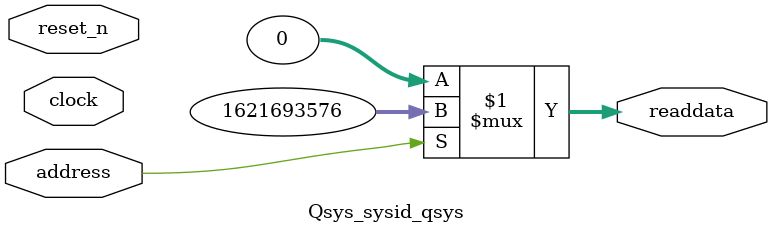
<source format=v>



// synthesis translate_off
`timescale 1ns / 1ps
// synthesis translate_on

// turn off superfluous verilog processor warnings 
// altera message_level Level1 
// altera message_off 10034 10035 10036 10037 10230 10240 10030 

module Qsys_sysid_qsys (
               // inputs:
                address,
                clock,
                reset_n,

               // outputs:
                readdata
             )
;

  output  [ 31: 0] readdata;
  input            address;
  input            clock;
  input            reset_n;

  wire    [ 31: 0] readdata;
  //control_slave, which is an e_avalon_slave
  assign readdata = address ? 1621693576 : 0;

endmodule



</source>
